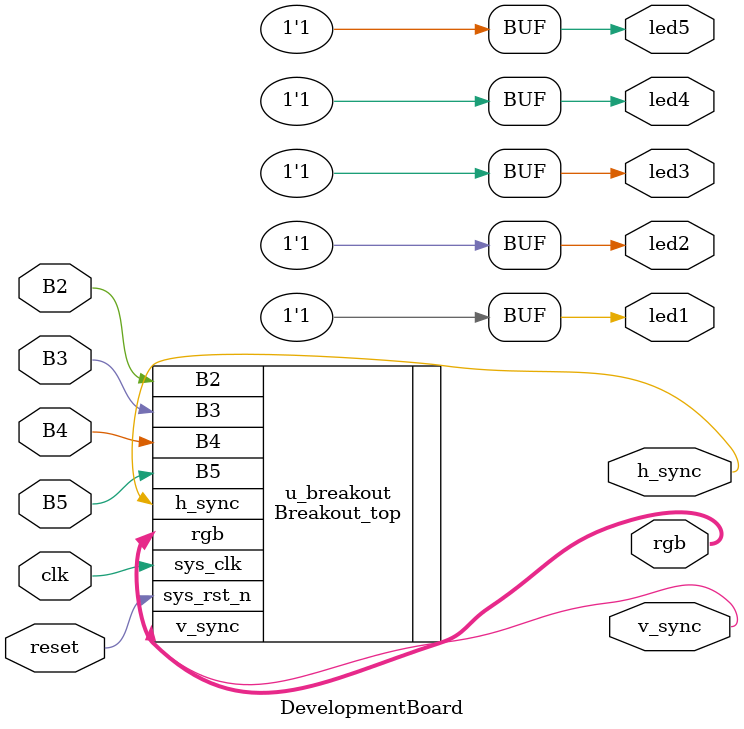
<source format=v>
`timescale 1ns/1ns
module DevelopmentBoard(
    input  wire        clk,
    input  wire        reset,
    input  wire        B2,
    input  wire        B3,
    input  wire        B4,
    input  wire        B5,
    output wire        h_sync,
    output wire        v_sync,
    output wire [15:0] rgb,
    output wire        led1,
    output wire        led2,
    output wire        led3,
    output wire        led4,
    output wire        led5
);

    Breakout_top u_breakout (
        .sys_clk   (clk),
        .sys_rst_n (reset),
        .B2        (B2),
        .B3        (B3),
        .B4        (B4),
        .B5        (B5),
        .h_sync    (h_sync),
        .v_sync    (v_sync),
        .rgb       (rgb)
    );

    assign led1 = 1'b1;
    assign led2 = 1'b1;
    assign led3 = 1'b1;
    assign led4 = 1'b1;
    assign led5 = 1'b1;
    
endmodule
</source>
